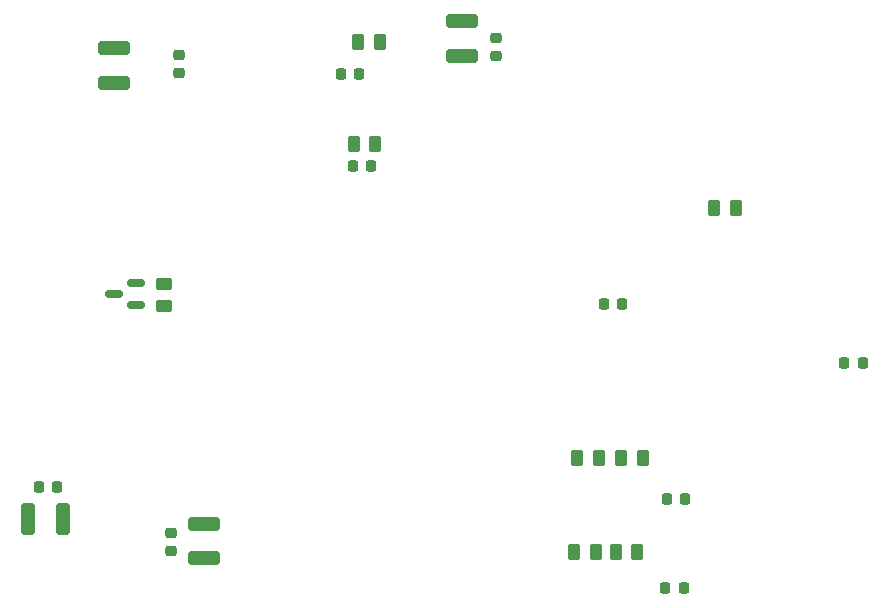
<source format=gbr>
%TF.GenerationSoftware,KiCad,Pcbnew,7.0.8-7.0.8~ubuntu22.04.1*%
%TF.CreationDate,2023-11-01T15:39:22+03:00*%
%TF.ProjectId,main-module,6d61696e-2d6d-46f6-9475-6c652e6b6963,rev?*%
%TF.SameCoordinates,Original*%
%TF.FileFunction,Paste,Bot*%
%TF.FilePolarity,Positive*%
%FSLAX46Y46*%
G04 Gerber Fmt 4.6, Leading zero omitted, Abs format (unit mm)*
G04 Created by KiCad (PCBNEW 7.0.8-7.0.8~ubuntu22.04.1) date 2023-11-01 15:39:22*
%MOMM*%
%LPD*%
G01*
G04 APERTURE LIST*
G04 Aperture macros list*
%AMRoundRect*
0 Rectangle with rounded corners*
0 $1 Rounding radius*
0 $2 $3 $4 $5 $6 $7 $8 $9 X,Y pos of 4 corners*
0 Add a 4 corners polygon primitive as box body*
4,1,4,$2,$3,$4,$5,$6,$7,$8,$9,$2,$3,0*
0 Add four circle primitives for the rounded corners*
1,1,$1+$1,$2,$3*
1,1,$1+$1,$4,$5*
1,1,$1+$1,$6,$7*
1,1,$1+$1,$8,$9*
0 Add four rect primitives between the rounded corners*
20,1,$1+$1,$2,$3,$4,$5,0*
20,1,$1+$1,$4,$5,$6,$7,0*
20,1,$1+$1,$6,$7,$8,$9,0*
20,1,$1+$1,$8,$9,$2,$3,0*%
G04 Aperture macros list end*
%ADD10RoundRect,0.250000X0.262500X0.450000X-0.262500X0.450000X-0.262500X-0.450000X0.262500X-0.450000X0*%
%ADD11RoundRect,0.225000X-0.225000X-0.250000X0.225000X-0.250000X0.225000X0.250000X-0.225000X0.250000X0*%
%ADD12RoundRect,0.250000X-0.450000X0.262500X-0.450000X-0.262500X0.450000X-0.262500X0.450000X0.262500X0*%
%ADD13RoundRect,0.225000X0.250000X-0.225000X0.250000X0.225000X-0.250000X0.225000X-0.250000X-0.225000X0*%
%ADD14RoundRect,0.250000X-1.100000X0.325000X-1.100000X-0.325000X1.100000X-0.325000X1.100000X0.325000X0*%
%ADD15RoundRect,0.250000X1.100000X-0.325000X1.100000X0.325000X-1.100000X0.325000X-1.100000X-0.325000X0*%
%ADD16RoundRect,0.225000X0.225000X0.250000X-0.225000X0.250000X-0.225000X-0.250000X0.225000X-0.250000X0*%
%ADD17RoundRect,0.150000X0.587500X0.150000X-0.587500X0.150000X-0.587500X-0.150000X0.587500X-0.150000X0*%
%ADD18RoundRect,0.250000X-0.262500X-0.450000X0.262500X-0.450000X0.262500X0.450000X-0.262500X0.450000X0*%
%ADD19RoundRect,0.250000X0.325000X1.100000X-0.325000X1.100000X-0.325000X-1.100000X0.325000X-1.100000X0*%
%ADD20RoundRect,0.225000X-0.250000X0.225000X-0.250000X-0.225000X0.250000X-0.225000X0.250000X0.225000X0*%
G04 APERTURE END LIST*
D10*
%TO.C,R20*%
X96347500Y-88000000D03*
X94522500Y-88000000D03*
%TD*%
D11*
%TO.C,C26*%
X93525000Y-67000000D03*
X95075000Y-67000000D03*
%TD*%
D12*
%TO.C,R3*%
X56285560Y-65287500D03*
X56285560Y-67112500D03*
%TD*%
D10*
%TO.C,R22*%
X74147500Y-53400000D03*
X72322500Y-53400000D03*
%TD*%
%TO.C,R11*%
X93057500Y-80000000D03*
X91232500Y-80000000D03*
%TD*%
D11*
%TO.C,C34*%
X72285000Y-55300000D03*
X73835000Y-55300000D03*
%TD*%
D13*
%TO.C,C20*%
X84400000Y-45975000D03*
X84400000Y-44425000D03*
%TD*%
D14*
%TO.C,C19*%
X81500000Y-43025000D03*
X81500000Y-45975000D03*
%TD*%
D10*
%TO.C,R19*%
X92847500Y-88000000D03*
X91022500Y-88000000D03*
%TD*%
D15*
%TO.C,C27*%
X59625000Y-88500000D03*
X59625000Y-85550000D03*
%TD*%
D16*
%TO.C,C31*%
X47200000Y-82425000D03*
X45650000Y-82425000D03*
%TD*%
D11*
%TO.C,C14*%
X113860000Y-72000000D03*
X115410000Y-72000000D03*
%TD*%
D17*
%TO.C,Q1*%
X53923060Y-65150000D03*
X53923060Y-67050000D03*
X52048060Y-66100000D03*
%TD*%
D10*
%TO.C,R12*%
X96807500Y-80000000D03*
X94982500Y-80000000D03*
%TD*%
D11*
%TO.C,C15*%
X98870000Y-83500000D03*
X100420000Y-83500000D03*
%TD*%
D13*
%TO.C,C1*%
X57535000Y-47422349D03*
X57535000Y-45872349D03*
%TD*%
D15*
%TO.C,C2*%
X52035000Y-48222349D03*
X52035000Y-45272349D03*
%TD*%
D18*
%TO.C,R6*%
X102837500Y-58800000D03*
X104662500Y-58800000D03*
%TD*%
D11*
%TO.C,C24*%
X98725000Y-91000000D03*
X100275000Y-91000000D03*
%TD*%
D10*
%TO.C,R10*%
X74547500Y-44800000D03*
X72722500Y-44800000D03*
%TD*%
D19*
%TO.C,C32*%
X47700000Y-85125000D03*
X44750000Y-85125000D03*
%TD*%
D20*
%TO.C,C29*%
X56825000Y-86350000D03*
X56825000Y-87900000D03*
%TD*%
D16*
%TO.C,C16*%
X72810000Y-47500000D03*
X71260000Y-47500000D03*
%TD*%
M02*

</source>
